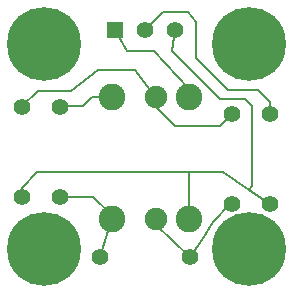
<source format=gtl>
G04 (created by PCBNEW-RS274X (2012-01-19 BZR 3256)-stable) date 6/12/2012 4:59:18 PM*
G01*
G70*
G90*
%MOIN*%
G04 Gerber Fmt 3.4, Leading zero omitted, Abs format*
%FSLAX34Y34*%
G04 APERTURE LIST*
%ADD10C,0.006000*%
%ADD11C,0.055000*%
%ADD12C,0.089000*%
%ADD13C,0.075200*%
%ADD14C,0.246100*%
%ADD15R,0.055000X0.055000*%
%ADD16C,0.008000*%
G04 APERTURE END LIST*
G54D10*
G54D11*
X41850Y-46425D03*
X41850Y-43425D03*
X43180Y-48430D03*
X46180Y-48430D03*
X47600Y-46675D03*
X47600Y-43675D03*
X40600Y-46425D03*
X40600Y-43425D03*
X48850Y-46675D03*
X48850Y-43675D03*
G54D12*
X43600Y-47175D03*
G54D13*
X45057Y-47175D03*
G54D12*
X46159Y-47175D03*
X46159Y-43120D03*
G54D13*
X45057Y-43120D03*
G54D12*
X43600Y-43120D03*
G54D14*
X48175Y-41325D03*
X41325Y-41325D03*
X41325Y-48175D03*
X48175Y-48175D03*
G54D15*
X43700Y-40880D03*
G54D11*
X44700Y-40880D03*
X45700Y-40880D03*
G54D16*
X46159Y-43120D02*
X46159Y-42839D01*
X44102Y-41576D02*
X43700Y-40880D01*
X45000Y-41576D02*
X44102Y-41576D01*
X46159Y-42839D02*
X45000Y-41576D01*
X43600Y-47175D02*
X43600Y-47050D01*
X42975Y-46425D02*
X41850Y-46425D01*
X43600Y-47050D02*
X42975Y-46425D01*
X43180Y-48430D02*
X43600Y-47150D01*
X43600Y-47150D02*
X43600Y-47175D01*
X48850Y-43675D02*
X48850Y-43260D01*
X45290Y-40256D02*
X44700Y-40880D01*
X46120Y-40256D02*
X45290Y-40256D01*
X46390Y-40590D02*
X46120Y-40256D01*
X46390Y-41810D02*
X46390Y-40590D01*
X47460Y-42880D02*
X46390Y-41810D01*
X48470Y-42880D02*
X47460Y-42880D01*
X48850Y-43260D02*
X48470Y-42880D01*
X45700Y-40880D02*
X45606Y-41570D01*
X47192Y-43156D02*
X48016Y-43156D01*
X48256Y-46084D02*
X48150Y-46190D01*
X48256Y-43396D02*
X48256Y-46084D01*
X45606Y-41570D02*
X47192Y-43156D01*
X48016Y-43156D02*
X48256Y-43396D01*
X46150Y-45600D02*
X41100Y-45600D01*
X46159Y-46209D02*
X46150Y-45600D01*
X47300Y-45600D02*
X48150Y-46190D01*
X41100Y-45600D02*
X40600Y-46125D01*
X46150Y-45600D02*
X46850Y-45600D01*
X46159Y-47175D02*
X46150Y-45600D01*
X48150Y-46190D02*
X48850Y-46675D01*
X46159Y-47175D02*
X46159Y-46209D01*
X40600Y-46125D02*
X40600Y-46425D01*
X46800Y-45600D02*
X47300Y-45600D01*
X46850Y-45600D02*
X46800Y-45600D01*
X47200Y-44075D02*
X47600Y-43675D01*
X45057Y-43120D02*
X45057Y-43432D01*
X45700Y-44075D02*
X47200Y-44075D01*
X40600Y-43400D02*
X41136Y-42906D01*
X44374Y-42218D02*
X43128Y-42190D01*
X45062Y-43126D02*
X44374Y-42218D01*
X40600Y-43425D02*
X40600Y-43400D01*
X42234Y-42906D02*
X43128Y-42190D01*
X45057Y-43432D02*
X45700Y-44075D01*
X45057Y-43120D02*
X45062Y-43126D01*
X41136Y-42906D02*
X42234Y-42906D01*
X42934Y-43120D02*
X42640Y-43414D01*
X42640Y-43414D02*
X41861Y-43414D01*
X41861Y-43414D02*
X41850Y-43425D01*
X43600Y-43120D02*
X42934Y-43120D01*
X47600Y-46675D02*
X47529Y-46675D01*
X46948Y-47264D02*
X46587Y-47863D01*
X47529Y-46675D02*
X46948Y-47264D01*
X46180Y-48430D02*
X46180Y-48430D01*
X46180Y-48430D02*
X46180Y-48430D01*
X46587Y-47863D02*
X46180Y-48430D01*
X45057Y-47175D02*
X45057Y-47382D01*
X45057Y-47382D02*
X46180Y-48430D01*
M02*

</source>
